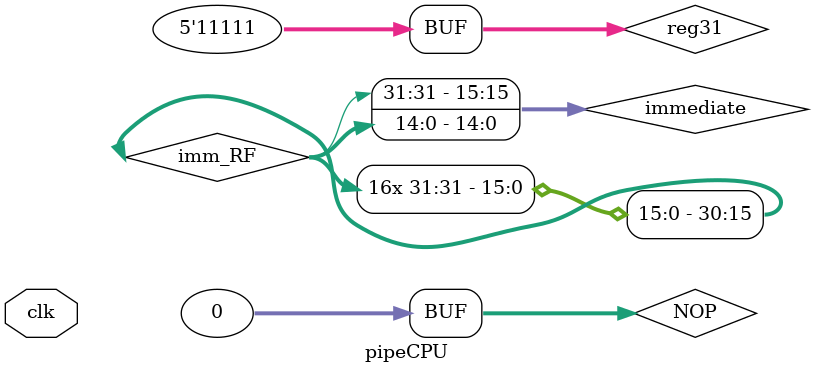
<source format=v>
`include "alu.v"
`include "pipe_pc_unit.v"
`include "pc_dff.v"
`include "adder.v"
`include "regfile.v"
`include "instruction_decoder.v"
`include "datamemory.v"
`include "mux32.v"
`include "mux5.v"
`include "mux5_3to1.v"
`include "mux32_3to1.v"
`include "dff.v"
// `include "mux32.v"

`define LW    6'h23
`define SW    6'h2b
`define J     6'h2
`define JAL   6'h3
`define BEQ   6'h4
`define BNE   6'h5
`define XORI  6'he
`define ADDI  6'h8

`define ARITH 6'h0
`define JR    6'h8
`define ADD   6'h20
`define SUB   6'h22
`define SLT   6'h2a
`define NOP   6'h0

module CPUcontrolLUT (
input       clk,
input [5:0] opcode,
            funct,
output reg  RegWr,
            ALUsrc,
            MemWr,
            Rtype, // High if instruction is r type
output reg [1:0] MemToReg,
                 RegDst,
output reg [2:0] ALUctrl
);
  localparam     Rd = 2'b0,    // for RegDst Mux
                 Rt = 2'b1,
             ALUadd = 3'b000,
             ALUxor = 3'b010,
             ALUsub = 3'b001,
             ALUslt = 3'b011,
                 Db = 0,    // for ALUsrc Mux
                Imm = 1,
             ALUout = 2'b1,    // for MemToReg Mux
              Dout = 2'b0;

  always @(*) begin
    case(opcode)
      `LW: begin
        RegDst = Rt; RegWr = 1;
        ALUctrl = ALUadd; ALUsrc = Imm;
        MemWr = 0; MemToReg = Dout;
        Rtype = 0;
      end
      `SW: begin
        RegDst = Rd;  RegWr = 0;
        ALUctrl = ALUadd; ALUsrc = Imm;
        MemWr = 1;   MemToReg = ALUout;
        Rtype = 0;
      end
      `J: begin
        RegDst = Rd;  RegWr = 0;
        ALUctrl = ALUxor; ALUsrc = Db;
        MemWr = 0;   MemToReg = ALUout;
        Rtype = 0;
      end
      `JAL: begin
        RegDst = Rd;  RegWr = 1;
        ALUctrl = ALUxor; ALUsrc = Db;
        MemWr = 0;   MemToReg = ALUout;
        Rtype = 0;
      end
      `BEQ: begin
        RegDst = Rd;  RegWr = 0;
        ALUctrl = ALUxor; ALUsrc = Db;
        MemWr = 0;   MemToReg = ALUout;
        Rtype = 0;
      end
      `BNE: begin
        RegDst = Rd;  RegWr = 0;
        ALUctrl = ALUxor; ALUsrc = Db;
        MemWr = 0;   MemToReg = ALUout;
        Rtype = 0;
      end
      `XORI: begin
        RegDst = Rt;  RegWr = 1;
        ALUctrl = ALUxor; ALUsrc = Imm;
        MemWr = 0;   MemToReg = ALUout;
        Rtype = 0;
      end
      `ADDI: begin
        RegDst = Rt;  RegWr = 1;
        ALUctrl = ALUadd; ALUsrc = Imm;
        MemWr = 0;   MemToReg = ALUout;
        Rtype = 0;
      end
      `ARITH: begin
        case(funct)
          `JR: begin
            RegDst = Rd;  RegWr = 0;
            ALUctrl = ALUxor; ALUsrc = Db;
            MemWr = 0;   MemToReg = ALUout;
            Rtype = 1;
          end
          `ADD: begin
            RegDst = Rd;  RegWr = 1;
            ALUctrl = ALUadd; ALUsrc = Db;
            MemWr = 0;   MemToReg = ALUout;
            Rtype = 1;
          end
          `SUB: begin
            RegDst = Rd;  RegWr = 1;
            ALUctrl = ALUsub; ALUsrc = Db;
            MemWr = 0;   MemToReg = ALUout;
            Rtype = 1;
          end
          `SLT: begin
            RegDst = Rd;  RegWr = 1;
            ALUctrl = ALUslt; ALUsrc = Db;
            MemWr = 0;   MemToReg = ALUout;
            Rtype = 1;
          end
          `NOP: begin
            RegDst = Rd;  RegWr = 0;
            ALUctrl = ALUslt; ALUsrc = Db;
            MemWr = 0;   MemToReg = ALUout;
            Rtype = 0;
          end
        endcase
      end
    endcase
  end
endmodule

module pipeCPU
(
input clk
);
  // Initial values for control signals
  initial begin
    // RF phase
    BEQ_RF <= 0;
    BNE_RF <= 0;
    JR_RF <= 0;
    LW_RF <= 0;

    // EX phase
    BEQ_EX <= 0;
    BNE_EX <= 0;
  end

  // Instruction fetch NOP wires
  wire [31:0] instruction;
  reg  [31:0] NOP = 32'b0;
  wire        stall_mux;

  // Instruction decoder outputs
  wire[5:0] opcode,
            funct;
  wire[4:0] rs_RF,
            rt_RF,
            rd;
  wire [15:0] immediate;
  wire [25:0] address;

  // Instruction Fetch Phase
  wire [31:0] instruction_IF;
  wire [25:0] address_IF;
  wire        BEQ_IF,
              BNE_IF,
              J_IF,
              JAL_IF,
              JR_IF,
              LW_IF;

  // Register Fetch Phase
  wire       RegWr_RF,
             ALUsrc_RF,
             MemWr_RF,
             Rtype_RF;
  wire [1:0] RegDst_RF,
             MemToReg_RF;
  reg        BEQ_RF,
             BNE_RF,
             JR_RF,
             LW_RF;
  wire [2:0] ALUctrl_RF;
  wire [4:0] regDest_RF; //actual reg address from RegDst mux
  wire [31:0]da_RF,   // reg file output
             db_RF,   // reg file output
             imm_RF;  // Immediate sign extend
  reg  [31:0]instruction_RF;

  assign imm_RF = {{16{immediate[15]}}, immediate};

  // Execute Phase
  reg        RegWr_EX,
             ALUsrc_EX,
             MemWr_EX,
             BEQ_EX,
             BNE_EX,
             Rtype_EX;
  reg [1:0]  MemToReg_EX;
  reg [2:0]  ALUctrl_EX;
  wire [31:0]ALUout_EX;
  reg [4:0]  regDest_EX;
  reg [31:0] da_EX,
             db_EX,
             imm_EX;
  reg  [4:0] rs_EX,
             rt_EX;

  // Memory Phase
  reg         RegWr_MEM,
              MemWr_MEM;
  reg [1:0]   MemToReg_MEM;
  reg [31:0]  ALUout_MEM,
              db_MEM;
  wire [31:0] RegVal_MEM;
  reg [4:0]   regDest_MEM;
  wire [31:0] dataMemMuxOut,
              dataOut_MEM;

  // Write-back Phase
  reg         RegWr_WB;
  reg [4:0]   regDest_WB;
  reg [31:0]  RegVal_WB;

  // PC outputs
  wire [31:0] PC;
  wire [31:0] PC_plus_four;

  // Data forwarding wires
  wire ALUin0ctrl;
  wire ALUin1ctrl;
  wire [31:0] ALUin0;
  wire [31:0] ALUin1;

  // Reg file inputs
  reg [4:0] reg31 = 5'd31;
  wire [4:0] rdMuxOut;
  wire [31:0]regDataIn;

  // ALU src mux
  wire [31:0] ALUsrcMuxOut;

  // ALU outputs
  wire        ALUzero;

  // Reg Dest outputs
  wire [4:0] regDstMuxOut;

  always @(posedge clk) begin
    // IF -> RF DFFS
    instruction_RF <= instruction_IF;
    BEQ_RF <= BEQ_IF;
    BNE_RF <= BNE_IF;
    JR_RF <= JR_IF;
    LW_RF <= LW_IF;

    // RF -> EX DFFs
    RegWr_EX <= RegWr_RF;
    ALUsrc_EX <= ALUsrc_RF;
    MemWr_EX <= MemWr_RF;
    MemToReg_EX <= MemToReg_RF;
    ALUctrl_EX <= ALUctrl_RF;
    regDest_EX <= regDest_RF;
    da_EX <= da_RF;
    db_EX <= db_RF;
    BEQ_EX <= BEQ_RF;
    BNE_EX <= BNE_RF;
    rs_EX <= rs_RF;
    rt_EX <= rt_RF;
    Rtype_EX <= Rtype_RF;


    // EX -> MEM DFFs
    RegWr_MEM <= RegWr_EX;
    MemWr_MEM <= MemWr_EX;
    MemToReg_MEM <= MemToReg_EX;
    db_MEM <= db_EX;
    regDest_MEM <= regDest_EX;
    ALUout_MEM <= ALUout_EX;
    imm_EX <= imm_RF;

    // MEM -> WB DFFs
    regDest_WB <= regDest_MEM;
    RegWr_WB <= RegWr_MEM;
    RegVal_WB <= RegVal_MEM;
  end

  // Necessary decoding in IF phase
  assign J_IF = ~| (instruction[31:26] ^ `J);
  assign JAL_IF = ~| (instruction[31:26] ^ `JAL);
  assign BEQ_IF = ~| (instruction[31:26] ^ `BEQ);
  assign BNE_IF = ~| (instruction[31:26] ^ `BNE);
  assign JR_IF = (~|(instruction[31:26] ^ 6'b0)) && (~|(instruction[5:0] ^ `JR));
  assign LW_IF = ~| (instruction[31:26] ^ `LW);
  assign address_IF = instruction[25:0];

  // Instruction/NOP mux logic
  // NOTE: This OR gate might also need BEQ_EX and BNE_EX, not sure
  assign stall_mux = (BEQ_RF | BNE_RF | BEQ_EX | BNE_EX | JR_RF | LW_RF);
  mux2to1by32 mux_NOP(.out(instruction_IF),
              .address(stall_mux),
              .input0(instruction),
              .input1(NOP));


  instruction_decoder instrdecoder(.instruction(instruction_RF),
                      .opcode(opcode),
                      .rs(rs_RF),
                      .rt(rt_RF),
                      .rd(rd),
                      .funct(funct),
                      .immediate(immediate),
                      .address(address));

  CPUcontrolLUT LUT(.clk(clk),
                    .opcode(opcode),
                    .funct(funct),
                    .RegDst(RegDst_RF),
                    .RegWr(RegWr_RF),
                    .ALUctrl(ALUctrl_RF),
                    .ALUsrc(ALUsrc_RF),
                    .MemWr(MemWr_RF),
                    .MemToReg(MemToReg_RF),
                    .Rtype(Rtype_RF));

  pipePCUnit pcmodule(.PC(PC),
                    .PC_plus_four(PC_plus_four),
                    .clk(clk),
                    .da_RF(da_RF),
                    .address(address_IF),
                    .imm_EX(imm_EX),
                    .stall_MUX(stall_mux),
                    .ALUZero(ALUzero),
                    .BEQ_IF(BEQ_IF),
                    .BNE_IF(BNE_IF),
                    .BEQ_EX(BEQ_EX),
                    .BNE_EX(BNE_EX),
                    .J_IF(J_IF),
                    .JAL_IF(JAL_IF),
                    .JR_IF(JR_IF),
                    .JR_RF(JR_RF),
                    .LW_IF(LW_IF));

  // Reg file inputs
  // Aw input
  mux3to1by5 rdMux(.out(regDest_RF), // actual register address
                  .address(RegDst_RF), // ctrl signal
                  .input0(rd),
                  .input1(rt_RF),
                  .input2(reg31));

  mux3to1by32 regdataMux(.out(RegVal_MEM),
                        .address(MemToReg_MEM),
                        .input0(dataOut_MEM),
                        .input1(ALUout_MEM),
                        .input2(PC_plus_four));

  regfile regFile(.ReadData1(da_RF),
                  .ReadData2(db_RF),
                  .WriteData(RegVal_WB),
                  .ReadRegister1(rs_RF),
                  .ReadRegister2(rt_RF),
                  .WriteRegister(regDest_WB),
                  .RegWrite(RegWr_WB),
                  .Clk(clk));

  // ALU input
  mux2to1by32 ALUsrcMux(.out(ALUsrcMuxOut),
                  .address(ALUsrc_EX),
                  .input0(db_EX),
                  .input1(imm_EX));

  // Data forwarding logic
  assign ALUin0ctrl = RegWr_MEM && (~| (regDest_MEM ^ rs_EX));
  assign ALUin1ctrl = (RegWr_MEM && (~|(regDest_MEM ^ rt_EX)) && (BEQ_EX | BNE_EX | Rtype_EX));

  mux2to1by32 ALUin0mux(.out(ALUin0),
                  .address(ALUin0ctrl),
                  .input0(da_EX),
                  .input1(ALUout_MEM));

  mux2to1by32 ALUin1mux(.out(ALUin1),
                  .address(ALUin1ctrl),
                  .input0(ALUsrcMuxOut),
                  .input1(ALUout_MEM));


  ALU alu(.result(ALUout_EX),
                  .carryout(),
                  .zero(ALUzero),
                  .overflow(),
                  .operandA(da_EX),
                  .operandB(ALUsrcMuxOut),
                  .command(ALUctrl_EX));


  datamemory datamem(.clk(clk),
                    .instrOut(instruction),
                    .dataOut(dataOut_MEM),
                    .instrAddr(PC),
                    .address(ALUout_MEM),
                    .writeEnable(MemWr_MEM),
                    .dataIn(db_MEM));

endmodule

</source>
